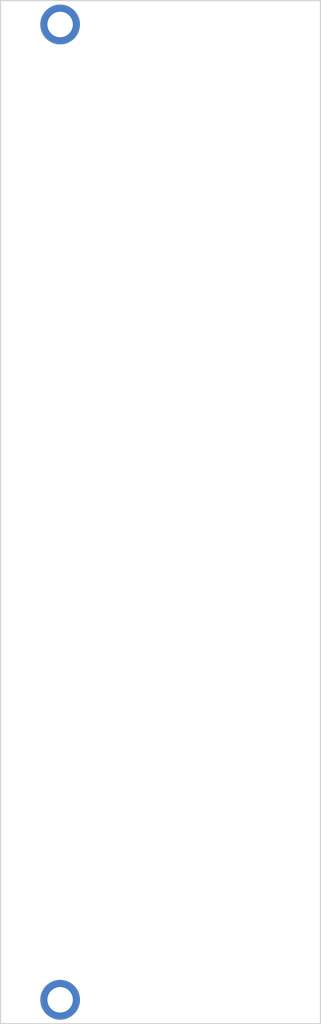
<source format=kicad_pcb>
(kicad_pcb (version 20171130) (host pcbnew 5.1.10)

  (general
    (thickness 1.6)
    (drawings 25)
    (tracks 0)
    (zones 0)
    (modules 12)
    (nets 1)
  )

  (page A4)
  (title_block
    (title kontur)
    (date 2021-12-12)
    (rev R01)
    (comment 1 "PCB for panel")
    (comment 2 "AD/AR envelope generator")
    (comment 4 "License CC BY 4.0 - Attribution 4.0 International")
  )

  (layers
    (0 F.Cu signal)
    (31 B.Cu signal)
    (32 B.Adhes user)
    (33 F.Adhes user)
    (34 B.Paste user)
    (35 F.Paste user)
    (36 B.SilkS user)
    (37 F.SilkS user)
    (38 B.Mask user)
    (39 F.Mask user)
    (40 Dwgs.User user)
    (41 Cmts.User user)
    (42 Eco1.User user)
    (43 Eco2.User user)
    (44 Edge.Cuts user)
    (45 Margin user)
    (46 B.CrtYd user)
    (47 F.CrtYd user)
    (48 B.Fab user)
    (49 F.Fab user)
  )

  (setup
    (last_trace_width 0.25)
    (trace_clearance 0.2)
    (zone_clearance 0.508)
    (zone_45_only no)
    (trace_min 0.2)
    (via_size 0.8)
    (via_drill 0.4)
    (via_min_size 0.4)
    (via_min_drill 0.3)
    (uvia_size 0.3)
    (uvia_drill 0.1)
    (uvias_allowed no)
    (uvia_min_size 0.2)
    (uvia_min_drill 0.1)
    (edge_width 0.05)
    (segment_width 0.2)
    (pcb_text_width 0.3)
    (pcb_text_size 1.5 1.5)
    (mod_edge_width 0.12)
    (mod_text_size 1 1)
    (mod_text_width 0.15)
    (pad_size 1.524 1.524)
    (pad_drill 0.762)
    (pad_to_mask_clearance 0)
    (aux_axis_origin 0 0)
    (visible_elements FFFFFF7F)
    (pcbplotparams
      (layerselection 0x010fc_ffffffff)
      (usegerberextensions false)
      (usegerberattributes true)
      (usegerberadvancedattributes true)
      (creategerberjobfile true)
      (excludeedgelayer true)
      (linewidth 0.100000)
      (plotframeref false)
      (viasonmask false)
      (mode 1)
      (useauxorigin false)
      (hpglpennumber 1)
      (hpglpenspeed 20)
      (hpglpendiameter 15.000000)
      (psnegative false)
      (psa4output false)
      (plotreference true)
      (plotvalue true)
      (plotinvisibletext false)
      (padsonsilk false)
      (subtractmaskfromsilk false)
      (outputformat 1)
      (mirror false)
      (drillshape 1)
      (scaleselection 1)
      (outputdirectory ""))
  )

  (net 0 "")

  (net_class Default "This is the default net class."
    (clearance 0.2)
    (trace_width 0.25)
    (via_dia 0.8)
    (via_drill 0.4)
    (uvia_dia 0.3)
    (uvia_drill 0.1)
  )

  (module elektrophon:panel_jack (layer F.Cu) (tedit 60C77876) (tstamp 616D566E)
    (at 81.28 116.84)
    (descr "Mounting Hole 8.4mm, no annular, M8")
    (tags "mounting hole 8.4mm no annular m8")
    (path /616DE565)
    (attr virtual)
    (fp_text reference H12 (at 0 -9.4) (layer F.SilkS) hide
      (effects (font (size 1 1) (thickness 0.15)))
    )
    (fp_text value IN2 (at 0 9.144) (layer F.Mask) hide
      (effects (font (size 2 1.4) (thickness 0.25)))
    )
    (fp_circle (center 0 0) (end 4.2 0) (layer F.CrtYd) (width 0.05))
    (fp_circle (center 0 0) (end 4 0) (layer Cmts.User) (width 0.15))
    (fp_text user %R (at 0.3 0) (layer F.Fab)
      (effects (font (size 1 1) (thickness 0.15)))
    )
    (pad "" np_thru_hole circle (at 0 0) (size 6.4 6.4) (drill 6.4) (layers *.Cu *.Mask))
    (model "${KIPRJMOD}/../../../lib/kicad/models/PJ301M-12 Thonkiconn v0.2.stp"
      (offset (xyz 0 0.8 -10.5))
      (scale (xyz 1 1 1))
      (rotate (xyz 0 0 0))
    )
  )

  (module elektrophon:panel_jack (layer F.Cu) (tedit 60C77876) (tstamp 616D5666)
    (at 60.96 116.84)
    (descr "Mounting Hole 8.4mm, no annular, M8")
    (tags "mounting hole 8.4mm no annular m8")
    (path /616DE55F)
    (attr virtual)
    (fp_text reference H11 (at 0 -9.4) (layer F.SilkS) hide
      (effects (font (size 1 1) (thickness 0.15)))
    )
    (fp_text value IN1 (at 0 9.144) (layer F.Mask) hide
      (effects (font (size 2 1.4) (thickness 0.25)))
    )
    (fp_circle (center 0 0) (end 4.2 0) (layer F.CrtYd) (width 0.05))
    (fp_circle (center 0 0) (end 4 0) (layer Cmts.User) (width 0.15))
    (fp_text user %R (at 0.3 0) (layer F.Fab)
      (effects (font (size 1 1) (thickness 0.15)))
    )
    (pad "" np_thru_hole circle (at 0 0) (size 6.4 6.4) (drill 6.4) (layers *.Cu *.Mask))
    (model "${KIPRJMOD}/../../../lib/kicad/models/PJ301M-12 Thonkiconn v0.2.stp"
      (offset (xyz 0 0.8 -10.5))
      (scale (xyz 1 1 1))
      (rotate (xyz 0 0 0))
    )
  )

  (module elektrophon:panel_jack (layer F.Cu) (tedit 60C77876) (tstamp 616D543D)
    (at 81.28 157.48)
    (descr "Mounting Hole 8.4mm, no annular, M8")
    (tags "mounting hole 8.4mm no annular m8")
    (path /5EAD9693)
    (attr virtual)
    (fp_text reference H8 (at 0 -9.4) (layer F.SilkS) hide
      (effects (font (size 1 1) (thickness 0.15)))
    )
    (fp_text value OUT2 (at 0 9.144) (layer F.Mask) hide
      (effects (font (size 2 1.4) (thickness 0.25)))
    )
    (fp_circle (center 0 0) (end 4.2 0) (layer F.CrtYd) (width 0.05))
    (fp_circle (center 0 0) (end 4 0) (layer Cmts.User) (width 0.15))
    (fp_text user %R (at 0.3 0) (layer F.Fab)
      (effects (font (size 1 1) (thickness 0.15)))
    )
    (pad "" np_thru_hole circle (at 0 0) (size 6.4 6.4) (drill 6.4) (layers *.Cu *.Mask))
    (model "${KIPRJMOD}/../../../lib/kicad/models/PJ301M-12 Thonkiconn v0.2.stp"
      (offset (xyz 0 0.8 -10.5))
      (scale (xyz 1 1 1))
      (rotate (xyz 0 0 0))
    )
  )

  (module elektrophon:panel_jack (layer F.Cu) (tedit 60C77876) (tstamp 616D5435)
    (at 81.28 137.16)
    (descr "Mounting Hole 8.4mm, no annular, M8")
    (tags "mounting hole 8.4mm no annular m8")
    (path /5EAD968D)
    (attr virtual)
    (fp_text reference H7 (at 0 -9.4) (layer F.SilkS) hide
      (effects (font (size 1 1) (thickness 0.15)))
    )
    (fp_text value EOE2 (at 0 9.144) (layer F.Mask) hide
      (effects (font (size 2 1.4) (thickness 0.25)))
    )
    (fp_circle (center 0 0) (end 4.2 0) (layer F.CrtYd) (width 0.05))
    (fp_circle (center 0 0) (end 4 0) (layer Cmts.User) (width 0.15))
    (fp_text user %R (at 0.3 0) (layer F.Fab)
      (effects (font (size 1 1) (thickness 0.15)))
    )
    (pad "" np_thru_hole circle (at 0 0) (size 6.4 6.4) (drill 6.4) (layers *.Cu *.Mask))
    (model "${KIPRJMOD}/../../../lib/kicad/models/PJ301M-12 Thonkiconn v0.2.stp"
      (offset (xyz 0 0.8 -10.5))
      (scale (xyz 1 1 1))
      (rotate (xyz 0 0 0))
    )
  )

  (module elektrophon:panel_potentiometer (layer F.Cu) (tedit 60C7789D) (tstamp 616D542D)
    (at 81.28 96.52)
    (descr "Mounting Hole 8.4mm, no annular, M8")
    (tags "mounting hole 8.4mm no annular m8")
    (path /5EADB1C2)
    (attr virtual)
    (fp_text reference H6 (at 0 -9.4) (layer F.SilkS) hide
      (effects (font (size 1 1) (thickness 0.15)))
    )
    (fp_text value D/R2 (at 0 9.144) (layer F.Mask) hide
      (effects (font (size 2 1.4) (thickness 0.25)))
    )
    (fp_circle (center 0 0) (end 6.6 0) (layer F.CrtYd) (width 0.05))
    (fp_circle (center 0 0) (end 6.35 0) (layer Cmts.User) (width 0.15))
    (fp_text user %R (at 0.3 0) (layer F.Fab)
      (effects (font (size 1 1) (thickness 0.15)))
    )
    (pad "" np_thru_hole circle (at 0 0) (size 7.4 7.4) (drill 7.4) (layers *.Cu *.Mask))
    (model ${KIPRJMOD}/../../../lib/kicad/models/ALPHA-RD901F-40.step
      (offset (xyz 0 0.5 -12))
      (scale (xyz 1 1 1))
      (rotate (xyz 0 0 0))
    )
  )

  (module elektrophon:panel_potentiometer (layer F.Cu) (tedit 60C7789D) (tstamp 616D5425)
    (at 81.28 76.2)
    (descr "Mounting Hole 8.4mm, no annular, M8")
    (tags "mounting hole 8.4mm no annular m8")
    (path /5EADA36C)
    (attr virtual)
    (fp_text reference H5 (at 0 -9.4) (layer F.SilkS) hide
      (effects (font (size 1 1) (thickness 0.15)))
    )
    (fp_text value A2 (at 0 9.144) (layer F.Mask) hide
      (effects (font (size 2 1.4) (thickness 0.25)))
    )
    (fp_circle (center 0 0) (end 6.6 0) (layer F.CrtYd) (width 0.05))
    (fp_circle (center 0 0) (end 6.35 0) (layer Cmts.User) (width 0.15))
    (fp_text user %R (at 0.3 0) (layer F.Fab)
      (effects (font (size 1 1) (thickness 0.15)))
    )
    (pad "" np_thru_hole circle (at 0 0) (size 7.4 7.4) (drill 7.4) (layers *.Cu *.Mask))
    (model ${KIPRJMOD}/../../../lib/kicad/models/ALPHA-RD901F-40.step
      (offset (xyz 0 0.5 -12))
      (scale (xyz 1 1 1))
      (rotate (xyz 0 0 0))
    )
  )

  (module elektrophon:panel_jack (layer F.Cu) (tedit 60C77876) (tstamp 616D541D)
    (at 60.96 157.48)
    (descr "Mounting Hole 8.4mm, no annular, M8")
    (tags "mounting hole 8.4mm no annular m8")
    (path /5EAD83BF)
    (attr virtual)
    (fp_text reference H4 (at 0 -9.4) (layer F.SilkS) hide
      (effects (font (size 1 1) (thickness 0.15)))
    )
    (fp_text value OUT1 (at 0 9.144) (layer F.Mask) hide
      (effects (font (size 2 1.4) (thickness 0.25)))
    )
    (fp_circle (center 0 0) (end 4.2 0) (layer F.CrtYd) (width 0.05))
    (fp_circle (center 0 0) (end 4 0) (layer Cmts.User) (width 0.15))
    (fp_text user %R (at 0.3 0) (layer F.Fab)
      (effects (font (size 1 1) (thickness 0.15)))
    )
    (pad "" np_thru_hole circle (at 0 0) (size 6.4 6.4) (drill 6.4) (layers *.Cu *.Mask))
    (model "${KIPRJMOD}/../../../lib/kicad/models/PJ301M-12 Thonkiconn v0.2.stp"
      (offset (xyz 0 0.8 -10.5))
      (scale (xyz 1 1 1))
      (rotate (xyz 0 0 0))
    )
  )

  (module elektrophon:panel_jack (layer F.Cu) (tedit 60C77876) (tstamp 616D5415)
    (at 60.96 137.16)
    (descr "Mounting Hole 8.4mm, no annular, M8")
    (tags "mounting hole 8.4mm no annular m8")
    (path /5D6B047C)
    (attr virtual)
    (fp_text reference H3 (at 0 -9.4) (layer F.SilkS) hide
      (effects (font (size 1 1) (thickness 0.15)))
    )
    (fp_text value EOE1 (at 0 9.144) (layer F.Mask) hide
      (effects (font (size 2 1.4) (thickness 0.25)))
    )
    (fp_circle (center 0 0) (end 4.2 0) (layer F.CrtYd) (width 0.05))
    (fp_circle (center 0 0) (end 4 0) (layer Cmts.User) (width 0.15))
    (fp_text user %R (at 0.3 0) (layer F.Fab)
      (effects (font (size 1 1) (thickness 0.15)))
    )
    (pad "" np_thru_hole circle (at 0 0) (size 6.4 6.4) (drill 6.4) (layers *.Cu *.Mask))
    (model "${KIPRJMOD}/../../../lib/kicad/models/PJ301M-12 Thonkiconn v0.2.stp"
      (offset (xyz 0 0.8 -10.5))
      (scale (xyz 1 1 1))
      (rotate (xyz 0 0 0))
    )
  )

  (module elektrophon:panel_potentiometer (layer F.Cu) (tedit 60C7789D) (tstamp 616D540D)
    (at 60.96 96.52)
    (descr "Mounting Hole 8.4mm, no annular, M8")
    (tags "mounting hole 8.4mm no annular m8")
    (path /5EAD9687)
    (attr virtual)
    (fp_text reference H2 (at 0 -9.4) (layer F.SilkS) hide
      (effects (font (size 1 1) (thickness 0.15)))
    )
    (fp_text value D/R1 (at 0 9.144) (layer F.Mask) hide
      (effects (font (size 2 1.4) (thickness 0.25)))
    )
    (fp_circle (center 0 0) (end 6.6 0) (layer F.CrtYd) (width 0.05))
    (fp_circle (center 0 0) (end 6.35 0) (layer Cmts.User) (width 0.15))
    (fp_text user %R (at 0.3 0) (layer F.Fab)
      (effects (font (size 1 1) (thickness 0.15)))
    )
    (pad "" np_thru_hole circle (at 0 0) (size 7.4 7.4) (drill 7.4) (layers *.Cu *.Mask))
    (model ${KIPRJMOD}/../../../lib/kicad/models/ALPHA-RD901F-40.step
      (offset (xyz 0 0.5 -12))
      (scale (xyz 1 1 1))
      (rotate (xyz 0 0 0))
    )
  )

  (module elektrophon:panel_potentiometer (layer F.Cu) (tedit 60C7789D) (tstamp 616D56CA)
    (at 60.96 76.2)
    (descr "Mounting Hole 8.4mm, no annular, M8")
    (tags "mounting hole 8.4mm no annular m8")
    (path /5D6AFC22)
    (attr virtual)
    (fp_text reference H1 (at 0 -9.4) (layer F.SilkS) hide
      (effects (font (size 1 1) (thickness 0.15)))
    )
    (fp_text value A1 (at 0 9.144) (layer F.Mask) hide
      (effects (font (size 2 1.4) (thickness 0.25)))
    )
    (fp_circle (center 0 0) (end 6.6 0) (layer F.CrtYd) (width 0.05))
    (fp_circle (center 0 0) (end 6.35 0) (layer Cmts.User) (width 0.15))
    (fp_text user %R (at 0.3 0) (layer F.Fab)
      (effects (font (size 1 1) (thickness 0.15)))
    )
    (pad "" np_thru_hole circle (at 0 0) (size 7.4 7.4) (drill 7.4) (layers *.Cu *.Mask))
    (model ${KIPRJMOD}/../../../lib/kicad/models/ALPHA-RD901F-40.step
      (offset (xyz 0 0.5 -12))
      (scale (xyz 1 1 1))
      (rotate (xyz 0 0 0))
    )
  )

  (module elektrophon:MountingHole_Panel_3.2mm_M3 (layer F.Cu) (tedit 60C777D2) (tstamp 6097E813)
    (at 58.3 176.3)
    (descr "Mounting Hole 3.2mm, M3, DIN965")
    (tags "mounting hole 3.2mm m3 din965")
    (path /6097A580)
    (attr virtual)
    (fp_text reference H10 (at 0 -3.8) (layer F.SilkS) hide
      (effects (font (size 1 1) (thickness 0.15)))
    )
    (fp_text value MountingHole (at 0 3.8) (layer F.Fab) hide
      (effects (font (size 1 1) (thickness 0.15)))
    )
    (fp_circle (center 0 0) (end 2.8 0) (layer Cmts.User) (width 0.15))
    (fp_circle (center 0 0) (end 3.05 0) (layer F.CrtYd) (width 0.05))
    (fp_text user %R (at 0.3 0) (layer F.Fab)
      (effects (font (size 1 1) (thickness 0.15)))
    )
    (pad 1 connect circle (at 0 0) (size 5 5) (layers B.Cu B.Mask))
    (pad 1 connect circle (at 0 0) (size 5 5) (layers F.Cu F.Mask))
    (pad 1 thru_hole circle (at 0 0) (size 3.6 3.6) (drill 3.2) (layers *.Cu *.Mask))
  )

  (module elektrophon:MountingHole_Panel_3.2mm_M3 (layer F.Cu) (tedit 60C777D2) (tstamp 6097E80B)
    (at 58.3 53.8)
    (descr "Mounting Hole 3.2mm, M3, DIN965")
    (tags "mounting hole 3.2mm m3 din965")
    (path /6097A217)
    (attr virtual)
    (fp_text reference H9 (at 0 -3.8) (layer F.SilkS) hide
      (effects (font (size 1 1) (thickness 0.15)))
    )
    (fp_text value MountingHole (at 0 3.8) (layer F.Fab) hide
      (effects (font (size 1 1) (thickness 0.15)))
    )
    (fp_circle (center 0 0) (end 2.8 0) (layer Cmts.User) (width 0.15))
    (fp_circle (center 0 0) (end 3.05 0) (layer F.CrtYd) (width 0.05))
    (fp_text user %R (at 0.3 0) (layer F.Fab)
      (effects (font (size 1 1) (thickness 0.15)))
    )
    (pad 1 connect circle (at 0 0) (size 5 5) (layers B.Cu B.Mask))
    (pad 1 connect circle (at 0 0) (size 5 5) (layers F.Cu F.Mask))
    (pad 1 thru_hole circle (at 0 0) (size 3.6 3.6) (drill 3.2) (layers *.Cu *.Mask))
  )

  (gr_text A (at 81.28 86.36) (layer B.Mask) (tstamp 616D5814)
    (effects (font (size 2 1.4) (thickness 0.25)))
  )
  (gr_text OUT (at 60.96 167.64) (layer B.Mask) (tstamp 616D5769)
    (effects (font (size 2 1.4) (thickness 0.25)))
  )
  (gr_text OUT (at 81.28 167.64) (layer B.Mask) (tstamp 616D5768)
    (effects (font (size 2 1.4) (thickness 0.25)))
  )
  (gr_text EOE (at 60.96 147.32) (layer B.Mask) (tstamp 616D575E)
    (effects (font (size 2 1.4) (thickness 0.25)))
  )
  (gr_text EOE (at 81.28 147.32) (layer B.Mask) (tstamp 616D575D)
    (effects (font (size 2 1.4) (thickness 0.25)))
  )
  (gr_text IN (at 81.28 127) (layer B.Mask) (tstamp 616D5753)
    (effects (font (size 2 1.4) (thickness 0.25)))
  )
  (gr_text IN (at 60.96 127) (layer B.Mask) (tstamp 616D5752)
    (effects (font (size 2 1.4) (thickness 0.25)))
  )
  (gr_text D/R (at 60.96 106.68) (layer B.Mask) (tstamp 616D5748)
    (effects (font (size 2 1.4) (thickness 0.25)))
  )
  (gr_text D/R (at 81.28 106.68) (layer B.Mask) (tstamp 616D5747)
    (effects (font (size 2 1.4) (thickness 0.25)))
  )
  (gr_text OUT (at 81.28 167.64) (layer F.Mask) (tstamp 616D56DB)
    (effects (font (size 2 1.4) (thickness 0.25)))
  )
  (gr_text OUT (at 60.96 167.64) (layer F.Mask) (tstamp 616D56DB)
    (effects (font (size 2 1.4) (thickness 0.25)))
  )
  (gr_text EOE (at 81.28 147.32) (layer F.Mask) (tstamp 616D56DB)
    (effects (font (size 2 1.4) (thickness 0.25)))
  )
  (gr_text EOE (at 60.96 147.32) (layer F.Mask) (tstamp 616D56DB)
    (effects (font (size 2 1.4) (thickness 0.25)))
  )
  (gr_text IN (at 81.28 127) (layer F.Mask) (tstamp 616D56DB)
    (effects (font (size 2 1.4) (thickness 0.25)))
  )
  (gr_text IN (at 60.96 127) (layer F.Mask) (tstamp 616D56DB)
    (effects (font (size 2 1.4) (thickness 0.25)))
  )
  (gr_text D/R (at 81.28 106.68) (layer F.Mask) (tstamp 616D56DB)
    (effects (font (size 2 1.4) (thickness 0.25)))
  )
  (gr_text D/R (at 60.96 106.68) (layer F.Mask) (tstamp 616D56DB)
    (effects (font (size 2 1.4) (thickness 0.25)))
  )
  (gr_text A (at 81.28 86.36) (layer F.Mask) (tstamp 616D56DB)
    (effects (font (size 2 1.4) (thickness 0.25)))
  )
  (gr_text A (at 60.96 86.36) (layer B.Mask) (tstamp 616D56DB)
    (effects (font (size 2 1.4) (thickness 0.25)))
  )
  (gr_text A (at 60.96 86.36) (layer F.Mask)
    (effects (font (size 2 1.4) (thickness 0.25)))
  )
  (gr_text kontur (at 73.025 53.8) (layer F.Mask)
    (effects (font (size 3 3) (thickness 0.35)))
  )
  (gr_line (start 50.8 50.8) (end 50.8 179.3) (layer Edge.Cuts) (width 0.15) (tstamp 60977F7D))
  (gr_line (start 91.1 179.3) (end 50.8 179.3) (layer Edge.Cuts) (width 0.15))
  (gr_line (start 91.1 50.8) (end 91.1 179.3) (layer Edge.Cuts) (width 0.15))
  (gr_line (start 50.8 50.8) (end 91.1 50.8) (layer Edge.Cuts) (width 0.15))

)

</source>
